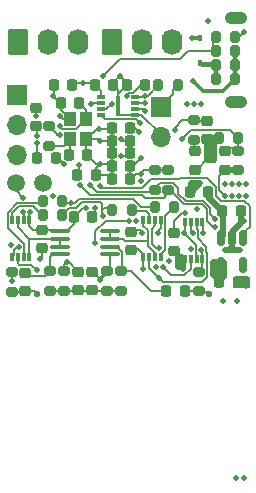
<source format=gbl>
G04 #@! TF.GenerationSoftware,KiCad,Pcbnew,(6.0.7)*
G04 #@! TF.CreationDate,2022-10-27T11:55:22+02:00*
G04 #@! TF.ProjectId,soilMoistureSensor,736f696c-4d6f-4697-9374-75726553656e,rev?*
G04 #@! TF.SameCoordinates,Original*
G04 #@! TF.FileFunction,Copper,L4,Bot*
G04 #@! TF.FilePolarity,Positive*
%FSLAX46Y46*%
G04 Gerber Fmt 4.6, Leading zero omitted, Abs format (unit mm)*
G04 Created by KiCad (PCBNEW (6.0.7)) date 2022-10-27 11:55:22*
%MOMM*%
%LPD*%
G01*
G04 APERTURE LIST*
G04 Aperture macros list*
%AMRoundRect*
0 Rectangle with rounded corners*
0 $1 Rounding radius*
0 $2 $3 $4 $5 $6 $7 $8 $9 X,Y pos of 4 corners*
0 Add a 4 corners polygon primitive as box body*
4,1,4,$2,$3,$4,$5,$6,$7,$8,$9,$2,$3,0*
0 Add four circle primitives for the rounded corners*
1,1,$1+$1,$2,$3*
1,1,$1+$1,$4,$5*
1,1,$1+$1,$6,$7*
1,1,$1+$1,$8,$9*
0 Add four rect primitives between the rounded corners*
20,1,$1+$1,$2,$3,$4,$5,0*
20,1,$1+$1,$4,$5,$6,$7,0*
20,1,$1+$1,$6,$7,$8,$9,0*
20,1,$1+$1,$8,$9,$2,$3,0*%
G04 Aperture macros list end*
G04 #@! TA.AperFunction,ComponentPad*
%ADD10O,1.900000X1.050000*%
G04 #@! TD*
G04 #@! TA.AperFunction,ComponentPad*
%ADD11R,1.700000X1.700000*%
G04 #@! TD*
G04 #@! TA.AperFunction,ComponentPad*
%ADD12O,1.700000X1.700000*%
G04 #@! TD*
G04 #@! TA.AperFunction,SMDPad,CuDef*
%ADD13RoundRect,0.225000X0.225000X0.250000X-0.225000X0.250000X-0.225000X-0.250000X0.225000X-0.250000X0*%
G04 #@! TD*
G04 #@! TA.AperFunction,SMDPad,CuDef*
%ADD14RoundRect,0.225000X-0.225000X-0.250000X0.225000X-0.250000X0.225000X0.250000X-0.225000X0.250000X0*%
G04 #@! TD*
G04 #@! TA.AperFunction,SMDPad,CuDef*
%ADD15RoundRect,0.200000X-0.275000X0.200000X-0.275000X-0.200000X0.275000X-0.200000X0.275000X0.200000X0*%
G04 #@! TD*
G04 #@! TA.AperFunction,SMDPad,CuDef*
%ADD16RoundRect,0.200000X-0.200000X-0.275000X0.200000X-0.275000X0.200000X0.275000X-0.200000X0.275000X0*%
G04 #@! TD*
G04 #@! TA.AperFunction,SMDPad,CuDef*
%ADD17RoundRect,0.125000X0.125000X0.125000X-0.125000X0.125000X-0.125000X-0.125000X0.125000X-0.125000X0*%
G04 #@! TD*
G04 #@! TA.AperFunction,SMDPad,CuDef*
%ADD18RoundRect,0.225000X0.250000X-0.225000X0.250000X0.225000X-0.250000X0.225000X-0.250000X-0.225000X0*%
G04 #@! TD*
G04 #@! TA.AperFunction,SMDPad,CuDef*
%ADD19RoundRect,0.200000X0.200000X0.275000X-0.200000X0.275000X-0.200000X-0.275000X0.200000X-0.275000X0*%
G04 #@! TD*
G04 #@! TA.AperFunction,SMDPad,CuDef*
%ADD20RoundRect,0.225000X-0.250000X0.225000X-0.250000X-0.225000X0.250000X-0.225000X0.250000X0.225000X0*%
G04 #@! TD*
G04 #@! TA.AperFunction,SMDPad,CuDef*
%ADD21RoundRect,0.200000X0.275000X-0.200000X0.275000X0.200000X-0.275000X0.200000X-0.275000X-0.200000X0*%
G04 #@! TD*
G04 #@! TA.AperFunction,SMDPad,CuDef*
%ADD22R,0.750000X0.300000*%
G04 #@! TD*
G04 #@! TA.AperFunction,SMDPad,CuDef*
%ADD23R,0.300000X1.700000*%
G04 #@! TD*
G04 #@! TA.AperFunction,SMDPad,CuDef*
%ADD24RoundRect,0.150000X-0.150000X0.512500X-0.150000X-0.512500X0.150000X-0.512500X0.150000X0.512500X0*%
G04 #@! TD*
G04 #@! TA.AperFunction,SMDPad,CuDef*
%ADD25R,0.450000X0.600000*%
G04 #@! TD*
G04 #@! TA.AperFunction,SMDPad,CuDef*
%ADD26C,1.500000*%
G04 #@! TD*
G04 #@! TA.AperFunction,SMDPad,CuDef*
%ADD27R,1.000000X1.150000*%
G04 #@! TD*
G04 #@! TA.AperFunction,ComponentPad*
%ADD28RoundRect,0.250000X-0.620000X-0.845000X0.620000X-0.845000X0.620000X0.845000X-0.620000X0.845000X0*%
G04 #@! TD*
G04 #@! TA.AperFunction,ComponentPad*
%ADD29O,1.740000X2.190000*%
G04 #@! TD*
G04 #@! TA.AperFunction,SMDPad,CuDef*
%ADD30R,0.300000X0.800000*%
G04 #@! TD*
G04 #@! TA.AperFunction,SMDPad,CuDef*
%ADD31RoundRect,0.100000X0.712500X0.100000X-0.712500X0.100000X-0.712500X-0.100000X0.712500X-0.100000X0*%
G04 #@! TD*
G04 #@! TA.AperFunction,SMDPad,CuDef*
%ADD32RoundRect,0.218750X-0.218750X-0.256250X0.218750X-0.256250X0.218750X0.256250X-0.218750X0.256250X0*%
G04 #@! TD*
G04 #@! TA.AperFunction,ViaPad*
%ADD33C,0.500000*%
G04 #@! TD*
G04 #@! TA.AperFunction,Conductor*
%ADD34C,0.127000*%
G04 #@! TD*
G04 #@! TA.AperFunction,Conductor*
%ADD35C,0.500000*%
G04 #@! TD*
G04 #@! TA.AperFunction,Conductor*
%ADD36C,0.300000*%
G04 #@! TD*
G04 APERTURE END LIST*
D10*
X235000000Y-46475000D03*
X235000000Y-39325000D03*
D11*
X216475000Y-45875000D03*
D12*
X216475000Y-48415000D03*
X216475000Y-50955000D03*
D13*
X226050000Y-51900000D03*
X224500000Y-51900000D03*
D14*
X233625000Y-61700000D03*
X235175000Y-61700000D03*
D15*
X228150000Y-52225000D03*
X228150000Y-53875000D03*
D16*
X233315000Y-43300000D03*
X234965000Y-43300000D03*
D17*
X218200000Y-62700000D03*
D18*
X226146428Y-58975000D03*
X226146428Y-57425000D03*
D19*
X235225000Y-49500000D03*
X233575000Y-49500000D03*
D20*
X218600000Y-57250000D03*
X218600000Y-58800000D03*
D16*
X228450000Y-45000000D03*
X230100000Y-45000000D03*
D18*
X218100000Y-48475000D03*
X218100000Y-46925000D03*
D13*
X226050000Y-48600000D03*
X224500000Y-48600000D03*
D21*
X220475000Y-62400000D03*
X220475000Y-60750000D03*
D22*
X226525000Y-46050000D03*
X226525000Y-46550000D03*
X226525000Y-47050000D03*
X226525000Y-47550000D03*
X223625000Y-47550000D03*
X223625000Y-47050000D03*
X223625000Y-46550000D03*
X223625000Y-46050000D03*
D23*
X225075000Y-46800000D03*
D18*
X231600000Y-52175000D03*
X231600000Y-50625000D03*
D21*
X235200000Y-52225000D03*
X235200000Y-50575000D03*
D13*
X226050000Y-53000000D03*
X224500000Y-53000000D03*
D18*
X232550000Y-49600000D03*
X232550000Y-48050000D03*
D24*
X233750000Y-57962500D03*
X234700000Y-57962500D03*
X235650000Y-57962500D03*
X235650000Y-60237500D03*
X233750000Y-60237500D03*
D14*
X220900000Y-50900000D03*
X222450000Y-50900000D03*
X221600000Y-52600000D03*
X223150000Y-52600000D03*
D25*
X232000000Y-41050000D03*
X232000000Y-43150000D03*
D21*
X216046428Y-62500000D03*
X216046428Y-60850000D03*
D11*
X228650000Y-46850000D03*
D12*
X228650000Y-49390000D03*
D13*
X221150000Y-45000000D03*
X219600000Y-45000000D03*
X230675000Y-62400000D03*
X229125000Y-62400000D03*
D16*
X233325000Y-44500000D03*
X234975000Y-44500000D03*
X218675000Y-54800000D03*
X220325000Y-54800000D03*
D26*
X216400000Y-53300000D03*
D15*
X219200000Y-48475000D03*
X219200000Y-50125000D03*
D21*
X225275000Y-62400000D03*
X225275000Y-60750000D03*
D14*
X218225000Y-51200000D03*
X219775000Y-51200000D03*
X221325000Y-56175000D03*
X222875000Y-56175000D03*
D19*
X226225000Y-55600000D03*
X224575000Y-55600000D03*
D21*
X231900000Y-62475000D03*
X231900000Y-60825000D03*
D15*
X224075000Y-60750000D03*
X224075000Y-62400000D03*
D18*
X222875000Y-62350000D03*
X222875000Y-60800000D03*
D27*
X222375000Y-47850000D03*
X222375000Y-49600000D03*
X220975000Y-49600000D03*
X220975000Y-47850000D03*
D14*
X223100000Y-45000000D03*
X224650000Y-45000000D03*
D19*
X229800000Y-55300000D03*
X228150000Y-55300000D03*
D15*
X229250000Y-52225000D03*
X229250000Y-53875000D03*
D13*
X226050000Y-50800000D03*
X224500000Y-50800000D03*
D20*
X234100000Y-50625000D03*
X234100000Y-52175000D03*
X221675000Y-60800000D03*
X221675000Y-62350000D03*
D17*
X232750000Y-62700000D03*
D15*
X231450000Y-48000000D03*
X231450000Y-49650000D03*
D13*
X221775000Y-46500000D03*
X220225000Y-46500000D03*
D21*
X219275000Y-62400000D03*
X219275000Y-60750000D03*
D18*
X217175000Y-62450000D03*
X217175000Y-60900000D03*
D28*
X224575000Y-41320000D03*
D29*
X227115000Y-41320000D03*
X229655000Y-41320000D03*
D30*
X230696428Y-56625000D03*
X231196428Y-56625000D03*
X231696428Y-56625000D03*
X232196428Y-56625000D03*
X232196428Y-59725000D03*
X231696428Y-59725000D03*
X231196428Y-59725000D03*
X230696428Y-59725000D03*
D31*
X224387500Y-57400000D03*
X224387500Y-58050000D03*
X224387500Y-58700000D03*
X224387500Y-59350000D03*
X220162500Y-59350000D03*
X220162500Y-58700000D03*
X220162500Y-58050000D03*
X220162500Y-57400000D03*
D13*
X226050000Y-49700000D03*
X224500000Y-49700000D03*
D32*
X231112500Y-54100000D03*
X232687500Y-54100000D03*
D30*
X217550000Y-59550000D03*
X217050000Y-59550000D03*
X216550000Y-59550000D03*
X216050000Y-59550000D03*
X216050000Y-56450000D03*
X216550000Y-56450000D03*
X217050000Y-56450000D03*
X217550000Y-56450000D03*
D16*
X218675000Y-56000000D03*
X220325000Y-56000000D03*
D13*
X227350000Y-45000000D03*
X225800000Y-45000000D03*
D28*
X216575000Y-41320000D03*
D29*
X219115000Y-41320000D03*
X221655000Y-41320000D03*
D18*
X229746428Y-59050000D03*
X229746428Y-57500000D03*
D19*
X234975000Y-42100000D03*
X233325000Y-42100000D03*
D30*
X227196428Y-56453572D03*
X227696428Y-56453572D03*
X228196428Y-56453572D03*
X228696428Y-56453572D03*
X228696428Y-59553572D03*
X228196428Y-59553572D03*
X227696428Y-59553572D03*
X227196428Y-59553572D03*
D16*
X233325000Y-40900000D03*
X234975000Y-40900000D03*
D14*
X233875000Y-55650000D03*
X235425000Y-55650000D03*
D26*
X218700000Y-53300000D03*
D33*
X220100000Y-48500000D03*
X216660000Y-58711127D03*
X218448500Y-59700000D03*
X223100000Y-55400000D03*
X234100000Y-58998500D03*
X226950000Y-53150000D03*
X233200000Y-51300000D03*
X219564176Y-54391471D03*
X227100000Y-57500000D03*
X220492623Y-51723186D03*
X235900000Y-62000000D03*
X218140000Y-47600000D03*
X235350000Y-59000000D03*
X232250000Y-57500000D03*
X223500000Y-51700000D03*
X223500000Y-49700000D03*
X234700000Y-53400000D03*
X235900000Y-61501500D03*
X229390000Y-59867010D03*
X228400000Y-57500000D03*
X235300000Y-53400000D03*
X232600000Y-51300000D03*
X231188873Y-58911127D03*
X225200000Y-44200000D03*
X228238873Y-60438873D03*
X220100000Y-47600000D03*
X223400000Y-48700000D03*
X235900000Y-53400000D03*
X234100000Y-53400000D03*
X232700000Y-39600000D03*
X230700000Y-55800000D03*
X235700000Y-40500000D03*
X223500000Y-61500000D03*
X219500000Y-45900000D03*
X235746500Y-56550000D03*
X215973373Y-58573373D03*
X234100000Y-54400000D03*
X231950000Y-53300000D03*
X235300000Y-54400000D03*
X227000000Y-52500000D03*
X225773498Y-45900000D03*
X221700000Y-51800000D03*
X234700000Y-54400000D03*
X227000000Y-51200000D03*
X222100000Y-44800000D03*
X231250000Y-53300000D03*
X225326500Y-49600000D03*
X218200000Y-49300000D03*
X235900000Y-54400000D03*
X232100000Y-46600000D03*
X230900000Y-46600000D03*
X231500000Y-46600000D03*
X231300000Y-41000000D03*
X225326500Y-51000000D03*
X218200000Y-49926503D03*
X226860000Y-49000000D03*
X229900000Y-48800000D03*
X230500000Y-49550000D03*
X233062500Y-60937500D03*
X220700000Y-60000000D03*
X226600000Y-56500000D03*
X222300000Y-55400000D03*
X231760000Y-55500000D03*
X227200000Y-60600000D03*
X233050000Y-60301500D03*
X217630000Y-55740000D03*
X230588873Y-60538873D03*
X231400000Y-44700000D03*
X220098498Y-49200000D03*
X227299959Y-45891483D03*
X227302996Y-46517978D03*
X227299771Y-47200000D03*
X226933897Y-48255931D03*
X224500000Y-46600000D03*
X222800000Y-46600000D03*
X223488873Y-53511127D03*
X221850000Y-53500000D03*
X233250000Y-57000000D03*
X222650000Y-53450000D03*
X233250000Y-56350000D03*
X225974072Y-56473159D03*
X223100000Y-58400000D03*
X216100000Y-61600000D03*
X231360000Y-57500000D03*
X232069373Y-58948498D03*
X218200000Y-60700000D03*
X228865271Y-60450278D03*
X228550000Y-58777070D03*
X216960000Y-55740000D03*
X228506716Y-61326863D03*
X218700000Y-53300000D03*
X221100000Y-54960000D03*
X223788873Y-56088873D03*
X217040000Y-54550000D03*
X232750000Y-62700000D03*
X218200000Y-62700000D03*
X230600000Y-57500000D03*
X223800000Y-44200000D03*
X235100000Y-63250000D03*
X235750000Y-78300000D03*
X235050000Y-78300000D03*
X233950000Y-63250000D03*
D34*
X222375000Y-47100000D02*
X221775000Y-46500000D01*
X222375000Y-47850000D02*
X222375000Y-47100000D01*
X220300000Y-48700000D02*
X220100000Y-48500000D01*
X222375000Y-47850000D02*
X221525000Y-48700000D01*
X221525000Y-48700000D02*
X220300000Y-48700000D01*
X220975000Y-47850000D02*
X220350000Y-47850000D01*
D35*
X234700000Y-58950000D02*
X234748500Y-58998500D01*
D34*
X223150000Y-52600000D02*
X224400000Y-52600000D01*
X222375000Y-49600000D02*
X223400000Y-49600000D01*
X224650000Y-45000000D02*
X224650000Y-44750000D01*
X231450000Y-52175000D02*
X231725000Y-52175000D01*
X234700000Y-57962500D02*
X234700000Y-58500000D01*
X223500000Y-61500000D02*
X223500000Y-61425000D01*
X216210000Y-59390000D02*
X216050000Y-59550000D01*
X231500000Y-52075000D02*
X231600000Y-52175000D01*
X223500000Y-49700000D02*
X224500000Y-49700000D01*
X222375000Y-50825000D02*
X222375000Y-49600000D01*
D35*
X235348500Y-58998500D02*
X235350000Y-59000000D01*
D34*
X225075000Y-46800000D02*
X225075000Y-45425000D01*
X223500000Y-51700000D02*
X224300000Y-51700000D01*
X222450000Y-50950000D02*
X222450000Y-50900000D01*
X220225000Y-47100000D02*
X220975000Y-47850000D01*
X224387500Y-59350000D02*
X224387500Y-60612500D01*
X224387500Y-60612500D02*
X223500000Y-61500000D01*
X235700000Y-40500000D02*
X235300000Y-40900000D01*
X225075000Y-45725000D02*
X225800000Y-45000000D01*
D35*
X235425000Y-56725000D02*
X235425000Y-55650000D01*
D34*
X223500000Y-51700000D02*
X223200000Y-51700000D01*
X219775000Y-51200000D02*
X219969437Y-51200000D01*
X225075000Y-46800000D02*
X225075000Y-45725000D01*
X223400000Y-49600000D02*
X223500000Y-49700000D01*
X235900000Y-61501500D02*
X235798500Y-61501500D01*
X234201500Y-58998500D02*
X234700000Y-58500000D01*
X218600000Y-59600000D02*
X218600000Y-58800000D01*
D35*
X234700000Y-57962500D02*
X234700000Y-57450000D01*
D34*
X216660000Y-58711127D02*
X216488873Y-58711127D01*
X229746428Y-56553572D02*
X229746428Y-57500000D01*
X234100000Y-58998500D02*
X234201500Y-58998500D01*
X218140000Y-47600000D02*
X218140000Y-46965000D01*
X226146428Y-57300000D02*
X226900000Y-57300000D01*
X216210000Y-58990000D02*
X216210000Y-59390000D01*
X225075000Y-47375000D02*
X225075000Y-46800000D01*
X223500000Y-61325000D02*
X224075000Y-60750000D01*
X223150000Y-52050000D02*
X223150000Y-52600000D01*
X223500000Y-51700000D02*
X223150000Y-52050000D01*
X235600000Y-61700000D02*
X235175000Y-61700000D01*
D35*
X234700000Y-57962500D02*
X234700000Y-58950000D01*
D34*
X228650000Y-49173000D02*
X228650000Y-49390000D01*
X228400000Y-57400000D02*
X228400000Y-57500000D01*
X220225000Y-46500000D02*
X220225000Y-47100000D01*
X228696428Y-56453572D02*
X228696428Y-57103572D01*
X232600000Y-51300000D02*
X233200000Y-51300000D01*
X218500000Y-59700000D02*
X218600000Y-59600000D01*
X225250000Y-47550000D02*
X226525000Y-47550000D01*
X223500000Y-61500000D02*
X223500000Y-61325000D01*
X224400000Y-52600000D02*
X224500000Y-52500000D01*
X234700000Y-58500000D02*
X235050000Y-58850000D01*
X231725000Y-52175000D02*
X232600000Y-51300000D01*
X225800000Y-45000000D02*
X225800000Y-44800000D01*
X226900000Y-57300000D02*
X227100000Y-57500000D01*
X220225000Y-46500000D02*
X220100000Y-46500000D01*
X226525000Y-47550000D02*
X227027000Y-47550000D01*
X232250000Y-57500000D02*
X232250000Y-56850000D01*
X230700000Y-55800000D02*
X230500000Y-55800000D01*
X235798500Y-61501500D02*
X235600000Y-61700000D01*
X224650000Y-44750000D02*
X225200000Y-44200000D01*
X222875000Y-56175000D02*
X223100000Y-55950000D01*
D35*
X234700000Y-57450000D02*
X235425000Y-56725000D01*
D34*
X222450000Y-50900000D02*
X222375000Y-50825000D01*
X219600000Y-45000000D02*
X219600000Y-45800000D01*
X218140000Y-46965000D02*
X218100000Y-46925000D01*
D35*
X234100000Y-58998500D02*
X234748500Y-58998500D01*
D34*
X220350000Y-47850000D02*
X220100000Y-47600000D01*
X220100000Y-46500000D02*
X219500000Y-45900000D01*
X218448500Y-59700000D02*
X218500000Y-59700000D01*
D35*
X234748500Y-58998500D02*
X235348500Y-58998500D01*
D34*
X225250000Y-47550000D02*
X225075000Y-47375000D01*
X228500000Y-57300000D02*
X228400000Y-57400000D01*
X224400000Y-48700000D02*
X224500000Y-48600000D01*
X235300000Y-40900000D02*
X234750000Y-40900000D01*
X219600000Y-45800000D02*
X219500000Y-45900000D01*
X224500000Y-53000000D02*
X224500000Y-52500000D01*
X235900000Y-62000000D02*
X235600000Y-61700000D01*
X232196428Y-56796428D02*
X232196428Y-56625000D01*
X216488873Y-58711127D02*
X216210000Y-58990000D01*
X223200000Y-51700000D02*
X222450000Y-50950000D01*
X224300000Y-51700000D02*
X224500000Y-51900000D01*
X227027000Y-47550000D02*
X228650000Y-49173000D01*
X222375000Y-49600000D02*
X223275000Y-48700000D01*
X232250000Y-56850000D02*
X232196428Y-56796428D01*
X223400000Y-48700000D02*
X224400000Y-48700000D01*
X225800000Y-44800000D02*
X225200000Y-44200000D01*
X228696428Y-57103572D02*
X228500000Y-57300000D01*
X223100000Y-55950000D02*
X223100000Y-55400000D01*
X223275000Y-48700000D02*
X223400000Y-48700000D01*
X223500000Y-61425000D02*
X222875000Y-60800000D01*
X230500000Y-55800000D02*
X229746428Y-56553572D01*
X219969437Y-51200000D02*
X220492623Y-51723186D01*
X224500000Y-52500000D02*
X224500000Y-48600000D01*
X225075000Y-45425000D02*
X224650000Y-45000000D01*
X220975000Y-49600000D02*
X220975000Y-50825000D01*
X220450000Y-50125000D02*
X220975000Y-49600000D01*
X219200000Y-50125000D02*
X220450000Y-50125000D01*
X220975000Y-50825000D02*
X220900000Y-50900000D01*
X227000000Y-52500000D02*
X226550000Y-52500000D01*
X221700000Y-52500000D02*
X221600000Y-52600000D01*
X227000000Y-51200000D02*
X226300000Y-51900000D01*
X225973498Y-45700000D02*
X226300000Y-45700000D01*
D35*
X234150000Y-52225000D02*
X234100000Y-52175000D01*
X231250000Y-53300000D02*
X231950000Y-53300000D01*
D34*
X233604000Y-52671000D02*
X234100000Y-52175000D01*
X234100000Y-54400000D02*
X233604000Y-53904000D01*
X221700000Y-51800000D02*
X221700000Y-52500000D01*
X222100000Y-44800000D02*
X221350000Y-44800000D01*
X234100000Y-52175000D02*
X235150000Y-52175000D01*
X223625000Y-46050000D02*
X223625000Y-45525000D01*
X233604000Y-53904000D02*
X233604000Y-52671000D01*
X221350000Y-44800000D02*
X221150000Y-45000000D01*
X227350000Y-45000000D02*
X227000000Y-45000000D01*
X229250000Y-52225000D02*
X227275000Y-52225000D01*
X222100000Y-44800000D02*
X222900000Y-44800000D01*
D35*
X231250000Y-53987500D02*
X231362500Y-54100000D01*
D34*
X223625000Y-45525000D02*
X223100000Y-45000000D01*
D35*
X231362500Y-53887500D02*
X231362500Y-54100000D01*
D34*
X227000000Y-45000000D02*
X226300000Y-45700000D01*
X227275000Y-52225000D02*
X227000000Y-52500000D01*
X225773498Y-45900000D02*
X225973498Y-45700000D01*
D35*
X231950000Y-53300000D02*
X231362500Y-53887500D01*
D34*
X218175000Y-48475000D02*
X218175000Y-49275000D01*
X226550000Y-52500000D02*
X226050000Y-53000000D01*
X226300000Y-51900000D02*
X226050000Y-51900000D01*
X226050000Y-51900000D02*
X226050000Y-53000000D01*
X226050000Y-49700000D02*
X225426500Y-49700000D01*
X225426500Y-49700000D02*
X225326500Y-49600000D01*
X235150000Y-52175000D02*
X235200000Y-52225000D01*
X222900000Y-44800000D02*
X223100000Y-45000000D01*
D35*
X235200000Y-52225000D02*
X234150000Y-52225000D01*
D34*
X218175000Y-49275000D02*
X218200000Y-49300000D01*
D35*
X231250000Y-53300000D02*
X231250000Y-53987500D01*
D36*
X231300000Y-41000000D02*
X231950000Y-41000000D01*
X231950000Y-41000000D02*
X232000000Y-41050000D01*
D34*
X231450000Y-50625000D02*
X231450000Y-49650000D01*
X226050000Y-48600000D02*
X226460000Y-48600000D01*
X226460000Y-48600000D02*
X226860000Y-49000000D01*
X218175000Y-49951503D02*
X218200000Y-49926503D01*
X225326500Y-51000000D02*
X225850000Y-51000000D01*
X218175000Y-50825000D02*
X218175000Y-49951503D01*
X225850000Y-51000000D02*
X226050000Y-50800000D01*
X232550000Y-48050000D02*
X231500000Y-48050000D01*
X229900000Y-48600000D02*
X229900000Y-48800000D01*
X230500000Y-48000000D02*
X229900000Y-48600000D01*
X231450000Y-48000000D02*
X230500000Y-48000000D01*
X231500000Y-48050000D02*
X231450000Y-48000000D01*
X235200000Y-50575000D02*
X235200000Y-49525000D01*
X235200000Y-49525000D02*
X235225000Y-49500000D01*
X234100000Y-50375000D02*
X235150000Y-50375000D01*
X234525000Y-48800000D02*
X231250000Y-48800000D01*
X235150000Y-50375000D02*
X235200000Y-50425000D01*
X231250000Y-48800000D02*
X230500000Y-49550000D01*
X235225000Y-49500000D02*
X234525000Y-48800000D01*
D35*
X233950000Y-55750000D02*
X232687500Y-54487500D01*
X233750000Y-57962500D02*
X233950000Y-57762500D01*
X233950000Y-57762500D02*
X233950000Y-55750000D01*
X232687500Y-54487500D02*
X232687500Y-54100000D01*
D34*
X233825000Y-60312500D02*
X233750000Y-60237500D01*
X230298214Y-59601786D02*
X229746428Y-59050000D01*
X230696428Y-60431318D02*
X230696428Y-59725000D01*
D35*
X233750000Y-61575000D02*
X233625000Y-61700000D01*
D34*
X226721428Y-58850000D02*
X226146428Y-58850000D01*
X227196428Y-59553572D02*
X227196428Y-59325000D01*
X218600000Y-57250000D02*
X217850000Y-57250000D01*
X220700000Y-60000000D02*
X220475000Y-60225000D01*
X217550000Y-56950000D02*
X217550000Y-56450000D01*
X217550000Y-55820000D02*
X217550000Y-56450000D01*
X217850000Y-57250000D02*
X217550000Y-56950000D01*
X227200000Y-60600000D02*
X227196428Y-60596428D01*
X230421428Y-59725000D02*
X230298214Y-59601786D01*
X220700000Y-60000000D02*
X220875000Y-60000000D01*
X230696428Y-59725000D02*
X230421428Y-59725000D01*
X233062500Y-60937500D02*
X233825000Y-61700000D01*
X220012500Y-57250000D02*
X220162500Y-57400000D01*
X221325000Y-56775000D02*
X221325000Y-56175000D01*
X220875000Y-60000000D02*
X221675000Y-60800000D01*
X233750000Y-60237500D02*
X234037500Y-60237500D01*
X227196428Y-59325000D02*
X226721428Y-58850000D01*
X230588873Y-60538873D02*
X230696428Y-60431318D01*
X227196428Y-60596428D02*
X227196428Y-59553572D01*
X222100000Y-55400000D02*
X221325000Y-56175000D01*
D35*
X233750000Y-60237500D02*
X233750000Y-61575000D01*
D34*
X233005500Y-60880500D02*
X233062500Y-60937500D01*
X220700000Y-57400000D02*
X221325000Y-56775000D01*
X233005500Y-60043075D02*
X233005500Y-60880500D01*
X217630000Y-55740000D02*
X217550000Y-55820000D01*
X233825000Y-61700000D02*
X233825000Y-60312500D01*
X220162500Y-57400000D02*
X220700000Y-57400000D01*
X222300000Y-55400000D02*
X222100000Y-55400000D01*
X220475000Y-60225000D02*
X220475000Y-60750000D01*
X233962500Y-60237500D02*
X233750000Y-60237500D01*
X218600000Y-57250000D02*
X220012500Y-57250000D01*
D36*
X232200000Y-45500000D02*
X233975000Y-45500000D01*
X233975000Y-45500000D02*
X234975000Y-44500000D01*
X234975000Y-44500000D02*
X234975000Y-42100000D01*
X231400000Y-44700000D02*
X232200000Y-45500000D01*
D34*
X230100000Y-45000000D02*
X229700000Y-45400000D01*
X229700000Y-45400000D02*
X229700000Y-45800000D01*
X229700000Y-45800000D02*
X228650000Y-46850000D01*
X219925000Y-49200000D02*
X219200000Y-48475000D01*
X220098498Y-49200000D02*
X219875000Y-49200000D01*
X220098498Y-49200000D02*
X219925000Y-49200000D01*
X227299959Y-45891483D02*
X227558517Y-45891483D01*
X227141442Y-46050000D02*
X226525000Y-46050000D01*
X227558517Y-45891483D02*
X228450000Y-45000000D01*
X227299959Y-45891483D02*
X227141442Y-46050000D01*
X227270974Y-46550000D02*
X227302996Y-46517978D01*
X226525000Y-46550000D02*
X227270974Y-46550000D01*
X227299771Y-47200000D02*
X227149771Y-47050000D01*
X227149771Y-47050000D02*
X226525000Y-47050000D01*
X226568466Y-47890500D02*
X223965500Y-47890500D01*
X223965500Y-47890500D02*
X223625000Y-47550000D01*
X226933897Y-48255931D02*
X226568466Y-47890500D01*
X224500000Y-46600000D02*
X224050000Y-47050000D01*
X224050000Y-47050000D02*
X223625000Y-47050000D01*
X222850000Y-46550000D02*
X222800000Y-46600000D01*
X223625000Y-46550000D02*
X222850000Y-46550000D01*
X236186500Y-57001106D02*
X235872106Y-57315500D01*
X227850000Y-52950000D02*
X230200000Y-52950000D01*
X230290500Y-52859500D02*
X232609500Y-52859500D01*
X235750000Y-54850000D02*
X236186500Y-55286500D01*
X233350000Y-54400000D02*
X233800000Y-54850000D01*
X227067326Y-53732674D02*
X227850000Y-52950000D01*
X223488873Y-53511127D02*
X223710420Y-53732674D01*
X223710420Y-53732674D02*
X227067326Y-53732674D01*
X233800000Y-54850000D02*
X235750000Y-54850000D01*
X230200000Y-52950000D02*
X230290500Y-52859500D01*
X232609500Y-52859500D02*
X233350000Y-53600000D01*
X235872106Y-57315500D02*
X235872106Y-57740394D01*
X236186500Y-55286500D02*
X236186500Y-57001106D01*
X233350000Y-53600000D02*
X233350000Y-54400000D01*
X235872106Y-57740394D02*
X235650000Y-57962500D01*
X229100000Y-53875000D02*
X229100000Y-54350000D01*
X232159500Y-55059500D02*
X230659500Y-55059500D01*
X229475000Y-53875000D02*
X229250000Y-53875000D01*
X227200000Y-54350000D02*
X222700000Y-54350000D01*
X222700000Y-54350000D02*
X221850000Y-53500000D01*
X229100000Y-54350000D02*
X228900000Y-54550000D01*
X227200000Y-54400000D02*
X227200000Y-54350000D01*
X227350000Y-54550000D02*
X227200000Y-54400000D01*
X233100000Y-57000000D02*
X232600000Y-56500000D01*
X233250000Y-57000000D02*
X233100000Y-57000000D01*
X230659500Y-55059500D02*
X229475000Y-53875000D01*
X228900000Y-54550000D02*
X227350000Y-54550000D01*
X232600000Y-55500000D02*
X232159500Y-55059500D01*
X232600000Y-56500000D02*
X232600000Y-55500000D01*
X232264710Y-54805500D02*
X230764710Y-54805500D01*
X228565500Y-53284500D02*
X228000000Y-53850000D01*
X232854000Y-55954000D02*
X232854000Y-55394790D01*
X230764710Y-54805500D02*
X230150000Y-54190790D01*
X233250000Y-56350000D02*
X232854000Y-55954000D01*
X232854000Y-55394790D02*
X232264710Y-54805500D01*
X230150000Y-53700000D02*
X229734500Y-53284500D01*
X228000000Y-53875000D02*
X227825000Y-54050000D01*
X228000000Y-53850000D02*
X228000000Y-53875000D01*
X230150000Y-54190790D02*
X230150000Y-53700000D01*
X223250000Y-54050000D02*
X222650000Y-53450000D01*
X229734500Y-53284500D02*
X228565500Y-53284500D01*
X227825000Y-54050000D02*
X223250000Y-54050000D01*
X225947231Y-56500000D02*
X224000000Y-56500000D01*
X224000000Y-56500000D02*
X223100000Y-57400000D01*
X225974072Y-56473159D02*
X225947231Y-56500000D01*
X223100000Y-57400000D02*
X223100000Y-58400000D01*
X231360000Y-57500000D02*
X231196428Y-57336428D01*
X216046428Y-61546428D02*
X216046428Y-60850000D01*
X231196428Y-57336428D02*
X231196428Y-56625000D01*
X216100000Y-61600000D02*
X216046428Y-61546428D01*
X232196428Y-59075553D02*
X232196428Y-59725000D01*
X232146428Y-59775000D02*
X232196428Y-59725000D01*
X232146428Y-60750000D02*
X232146428Y-59775000D01*
X232069373Y-58948498D02*
X232196428Y-59075553D01*
X228227070Y-58777070D02*
X227900000Y-58450000D01*
X217700000Y-60200000D02*
X218200000Y-60700000D01*
X228865271Y-60450278D02*
X229514993Y-61100000D01*
X216550000Y-59550000D02*
X216550000Y-60077000D01*
X216550000Y-60077000D02*
X216673000Y-60200000D01*
X228196428Y-56884572D02*
X228196428Y-56453572D01*
X227900000Y-57181000D02*
X228196428Y-56884572D01*
X216673000Y-60200000D02*
X217700000Y-60200000D01*
X227900000Y-58450000D02*
X227900000Y-57181000D01*
X229514993Y-61100000D02*
X230650000Y-61100000D01*
X231196428Y-60553572D02*
X231196428Y-59725000D01*
X230650000Y-61100000D02*
X231196428Y-60553572D01*
X228550000Y-58777070D02*
X228227070Y-58777070D01*
X227696428Y-60519390D02*
X227696428Y-59553572D01*
X228056411Y-60879373D02*
X227696428Y-60519390D01*
X231696428Y-56625000D02*
X231696428Y-57213466D01*
X228059226Y-60879373D02*
X228056411Y-60879373D01*
X216960000Y-55740000D02*
X217050000Y-55830000D01*
X231696428Y-57213466D02*
X231800500Y-57317538D01*
X231800500Y-57317538D02*
X231800500Y-57975500D01*
X231800500Y-57975500D02*
X232509873Y-58684873D01*
X232509873Y-58684873D02*
X232509873Y-59130960D01*
X232150000Y-61700000D02*
X228879853Y-61700000D01*
X228506716Y-61326863D02*
X228059226Y-60879373D01*
X232565500Y-61284500D02*
X232150000Y-61700000D01*
X232565500Y-59186587D02*
X232565500Y-61284500D01*
X217050000Y-55830000D02*
X217050000Y-56650000D01*
X232509873Y-59130960D02*
X232565500Y-59186587D01*
X228879853Y-61700000D02*
X228506716Y-61326863D01*
X225450000Y-58050000D02*
X224387500Y-58050000D01*
X227600000Y-58200000D02*
X225600000Y-58200000D01*
X228196428Y-59553572D02*
X228196428Y-59196428D01*
X225600000Y-58200000D02*
X225450000Y-58050000D01*
X227600000Y-58600000D02*
X227600000Y-57300000D01*
X224387500Y-58050000D02*
X224387500Y-57400000D01*
X227600000Y-57300000D02*
X227196428Y-56896428D01*
X227196428Y-56896428D02*
X227196428Y-56453572D01*
X228196428Y-59196428D02*
X227600000Y-58600000D01*
X225400000Y-60625000D02*
X225275000Y-60750000D01*
X225000000Y-58700000D02*
X225400000Y-59100000D01*
X225400000Y-59100000D02*
X225400000Y-60625000D01*
X227800000Y-62400000D02*
X229125000Y-62400000D01*
X225275000Y-60750000D02*
X226150000Y-60750000D01*
X226150000Y-60750000D02*
X227800000Y-62400000D01*
X224387500Y-58700000D02*
X225000000Y-58700000D01*
X219450000Y-59350000D02*
X219275000Y-59525000D01*
X217475000Y-61200000D02*
X217175000Y-60900000D01*
X218825000Y-61200000D02*
X217475000Y-61200000D01*
X219275000Y-60750000D02*
X218825000Y-61200000D01*
X219275000Y-59525000D02*
X219275000Y-60750000D01*
X220162500Y-59350000D02*
X219450000Y-59350000D01*
X228696428Y-59303572D02*
X229036928Y-58963072D01*
X228696428Y-59553572D02*
X228696428Y-59303572D01*
X229036928Y-56063072D02*
X229800000Y-55300000D01*
X229036928Y-58963072D02*
X229036928Y-56063072D01*
X227696428Y-55925000D02*
X227696428Y-56453572D01*
X227446428Y-55675000D02*
X227696428Y-55925000D01*
X226546428Y-55675000D02*
X227446428Y-55675000D01*
X216050000Y-56650000D02*
X216050000Y-55850000D01*
X218600000Y-56000000D02*
X218675000Y-56000000D01*
X217870000Y-55270000D02*
X218600000Y-56000000D01*
X216050000Y-55850000D02*
X216630000Y-55270000D01*
X216630000Y-55270000D02*
X217870000Y-55270000D01*
X221100000Y-54960000D02*
X221440000Y-54960000D01*
X223609210Y-54650000D02*
X226350000Y-54650000D01*
X221440000Y-54960000D02*
X221754000Y-54646000D01*
X226350000Y-54650000D02*
X227000000Y-55300000D01*
X227000000Y-55300000D02*
X228150000Y-55300000D01*
X221754000Y-54646000D02*
X223605210Y-54646000D01*
X223605210Y-54646000D02*
X223609210Y-54650000D01*
X221100000Y-54960000D02*
X220485000Y-54960000D01*
X221500000Y-55400000D02*
X222000000Y-54900000D01*
X220325000Y-55975000D02*
X220900000Y-55400000D01*
X220900000Y-55400000D02*
X221500000Y-55400000D01*
X224575000Y-55400000D02*
X223900000Y-55400000D01*
X223700000Y-55100000D02*
X223700000Y-55600000D01*
X220325000Y-56000000D02*
X220325000Y-55975000D01*
X223900000Y-55400000D02*
X223700000Y-55600000D01*
X223700000Y-56000000D02*
X223788873Y-56088873D01*
X223500000Y-54900000D02*
X223700000Y-55100000D01*
X222000000Y-54900000D02*
X223500000Y-54900000D01*
X223700000Y-55600000D02*
X223700000Y-56000000D01*
X217040000Y-54550000D02*
X216400000Y-53910000D01*
X216400000Y-53910000D02*
X216400000Y-53300000D01*
X230675000Y-62400000D02*
X231775000Y-62400000D01*
X231775000Y-62400000D02*
X231900000Y-62525000D01*
X232575000Y-62525000D02*
X232750000Y-62700000D01*
X231900000Y-62525000D02*
X232575000Y-62525000D01*
X217125000Y-62500000D02*
X217175000Y-62450000D01*
X217950000Y-62450000D02*
X218200000Y-62700000D01*
X217175000Y-62450000D02*
X217950000Y-62450000D01*
X216046428Y-62500000D02*
X217125000Y-62500000D01*
X219275000Y-62400000D02*
X225275000Y-62400000D01*
D36*
X233325000Y-44500000D02*
X233325000Y-43310000D01*
X233315000Y-43300000D02*
X232150000Y-43300000D01*
X233325000Y-43310000D02*
X233315000Y-43300000D01*
X232150000Y-43300000D02*
X232000000Y-43150000D01*
D34*
X232000000Y-43150000D02*
X233165000Y-43150000D01*
X233165000Y-43150000D02*
X233315000Y-43300000D01*
X217100500Y-58500500D02*
X217100500Y-58893589D01*
X217050000Y-58944089D02*
X217050000Y-59550000D01*
X215709500Y-57109500D02*
X217100500Y-58500500D01*
X216530790Y-55010000D02*
X215709500Y-55831290D01*
X215709500Y-55831290D02*
X215709500Y-57109500D01*
X217100500Y-58893589D02*
X217050000Y-58944089D01*
X218675000Y-54800000D02*
X218465000Y-55010000D01*
X218465000Y-55010000D02*
X216530790Y-55010000D01*
X231629373Y-58529373D02*
X231629373Y-59657945D01*
X231629373Y-59657945D02*
X231696428Y-59725000D01*
X230696428Y-56625000D02*
X230696428Y-57596428D01*
X230696428Y-57596428D02*
X231629373Y-58529373D01*
X220162500Y-58050000D02*
X217550000Y-58050000D01*
X216550000Y-56650000D02*
X216550000Y-57050000D01*
X217550000Y-58050000D02*
X217550000Y-59750000D01*
X220162500Y-58050000D02*
X220162500Y-58700000D01*
X216550000Y-57050000D02*
X217550000Y-58050000D01*
X233100000Y-40900000D02*
X233100000Y-42100000D01*
X225200000Y-42800000D02*
X230300000Y-42800000D01*
X223800000Y-44200000D02*
X225200000Y-42800000D01*
X231000000Y-42100000D02*
X233325000Y-42100000D01*
X230300000Y-42800000D02*
X231000000Y-42100000D01*
G04 #@! TA.AperFunction,Conductor*
G36*
X230215931Y-59170002D02*
G01*
X230236905Y-59186905D01*
X230400000Y-59350000D01*
X230524000Y-59350000D01*
X230592121Y-59370002D01*
X230638614Y-59423658D01*
X230650000Y-59476000D01*
X230650000Y-60000000D01*
X230650632Y-60004421D01*
X230729454Y-60556181D01*
X230719286Y-60626446D01*
X230672745Y-60680059D01*
X230604720Y-60700000D01*
X230202190Y-60700000D01*
X230134069Y-60679998D01*
X230113095Y-60663095D01*
X229936905Y-60486905D01*
X229902879Y-60424593D01*
X229900000Y-60397810D01*
X229900000Y-59276000D01*
X229920002Y-59207879D01*
X229973658Y-59161386D01*
X230026000Y-59150000D01*
X230147810Y-59150000D01*
X230215931Y-59170002D01*
G37*
G04 #@! TD.AperFunction*
G04 #@! TA.AperFunction,Conductor*
G36*
X234068306Y-59718306D02*
G01*
X234231694Y-59881694D01*
X234250000Y-59925888D01*
X234250000Y-61224112D01*
X234231694Y-61268306D01*
X233918306Y-61581694D01*
X233874112Y-61600000D01*
X233325888Y-61600000D01*
X233281694Y-61581694D01*
X232818306Y-61118306D01*
X232800000Y-61074112D01*
X232800000Y-59979274D01*
X232818306Y-59935080D01*
X232822488Y-59931260D01*
X233082617Y-59714486D01*
X233122629Y-59700000D01*
X234024112Y-59700000D01*
X234068306Y-59718306D01*
G37*
G04 #@! TD.AperFunction*
G04 #@! TA.AperFunction,Conductor*
G36*
X236118306Y-61218306D02*
G01*
X236181694Y-61281694D01*
X236200000Y-61325888D01*
X236200000Y-62074112D01*
X236181694Y-62118306D01*
X236118306Y-62181694D01*
X236074112Y-62200000D01*
X234925888Y-62200000D01*
X234881694Y-62181694D01*
X234818306Y-62118306D01*
X234800000Y-62074112D01*
X234800000Y-61325888D01*
X234818306Y-61281694D01*
X234881694Y-61218306D01*
X234925888Y-61200000D01*
X236074112Y-61200000D01*
X236118306Y-61218306D01*
G37*
G04 #@! TD.AperFunction*
G04 #@! TA.AperFunction,Conductor*
G36*
X233342121Y-49270002D02*
G01*
X233388614Y-49323658D01*
X233400000Y-49376000D01*
X233400000Y-51397810D01*
X233379998Y-51465931D01*
X233363095Y-51486905D01*
X233286905Y-51563095D01*
X233224593Y-51597121D01*
X233197810Y-51600000D01*
X232602190Y-51600000D01*
X232534069Y-51579998D01*
X232513095Y-51563095D01*
X232386905Y-51436905D01*
X232352879Y-51374593D01*
X232350000Y-51347810D01*
X232350000Y-49376000D01*
X232370002Y-49307879D01*
X232423658Y-49261386D01*
X232476000Y-49250000D01*
X233274000Y-49250000D01*
X233342121Y-49270002D01*
G37*
G04 #@! TD.AperFunction*
M02*

</source>
